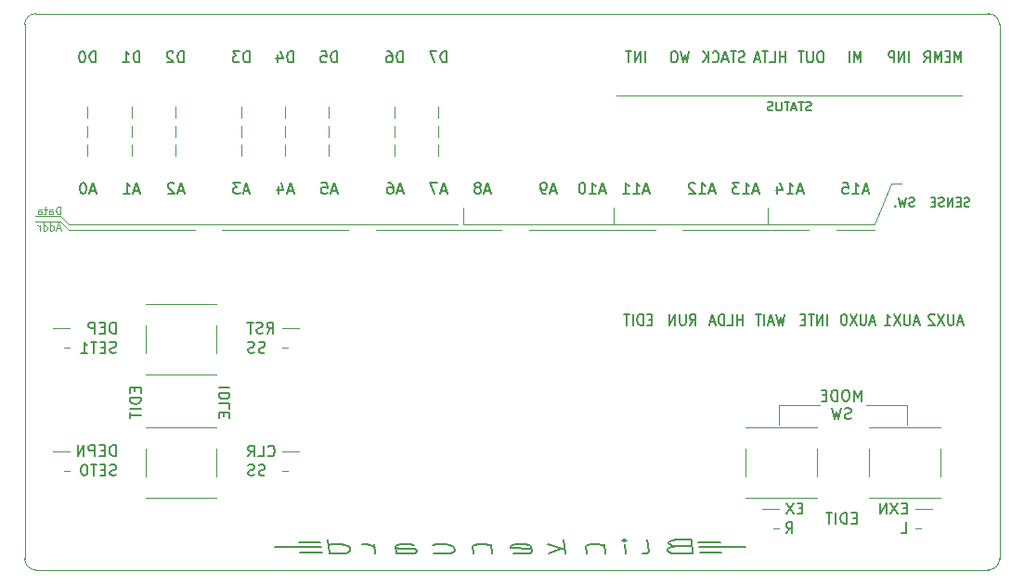
<source format=gbr>
G04 #@! TF.GenerationSoftware,KiCad,Pcbnew,5.1.5-1.fc31*
G04 #@! TF.CreationDate,2019-12-19T17:21:19-06:00*
G04 #@! TF.ProjectId,blinkencard,626c696e-6b65-46e6-9361-72642e6b6963,V2.0*
G04 #@! TF.SameCoordinates,Original*
G04 #@! TF.FileFunction,Legend,Bot*
G04 #@! TF.FilePolarity,Positive*
%FSLAX46Y46*%
G04 Gerber Fmt 4.6, Leading zero omitted, Abs format (unit mm)*
G04 Created by KiCad (PCBNEW 5.1.5-1.fc31) date 2019-12-19 17:21:19*
%MOMM*%
%LPD*%
G04 APERTURE LIST*
%ADD10C,0.150000*%
%ADD11C,0.120000*%
G04 #@! TA.AperFunction,Profile*
%ADD12C,0.050000*%
G04 #@! TD*
%ADD13C,0.125000*%
%ADD14C,1.300000*%
%ADD15O,2.800000X2.200000*%
%ADD16O,1.600000X2.300000*%
%ADD17C,1.850000*%
%ADD18R,1.950000X1.700000*%
G04 APERTURE END LIST*
D10*
X84360000Y-71560000D02*
X88610000Y-71560000D01*
X84310000Y-71110000D02*
X86310000Y-71110000D01*
X84410000Y-72060000D02*
X86410000Y-72060000D01*
X49960000Y-72060000D02*
X47960000Y-72060000D01*
X49860000Y-71110000D02*
X47860000Y-71110000D01*
X49910000Y-71610000D02*
X45660000Y-71610000D01*
X82389300Y-71517142D02*
X81825610Y-71579047D01*
X81642872Y-71640952D01*
X81467872Y-71764761D01*
X81491086Y-71950476D01*
X81697038Y-72074285D01*
X81895252Y-72136190D01*
X82283943Y-72198095D01*
X83807752Y-72198095D01*
X83645252Y-70898095D01*
X82311919Y-70898095D01*
X81938705Y-70960000D01*
X81755967Y-71021904D01*
X81580967Y-71145714D01*
X81596443Y-71269523D01*
X81802395Y-71393333D01*
X82000610Y-71455238D01*
X82389300Y-71517142D01*
X83722633Y-71517142D01*
X79236324Y-72198095D02*
X79609538Y-72136190D01*
X79784538Y-72012380D01*
X79645252Y-70898095D01*
X77712514Y-72198095D02*
X77604181Y-71331428D01*
X77550014Y-70898095D02*
X77748229Y-70960000D01*
X77565491Y-71021904D01*
X77367276Y-70960000D01*
X77550014Y-70898095D01*
X77565491Y-71021904D01*
X75699419Y-71331428D02*
X75807752Y-72198095D01*
X75714895Y-71455238D02*
X75516681Y-71393333D01*
X75127991Y-71331428D01*
X74556562Y-71331428D01*
X74183348Y-71393333D01*
X74008348Y-71517142D01*
X74093467Y-72198095D01*
X72188705Y-72198095D02*
X72026205Y-70898095D01*
X71745848Y-71702857D02*
X70664895Y-72198095D01*
X70556562Y-71331428D02*
X72142276Y-71826666D01*
X67419062Y-72136190D02*
X67807752Y-72198095D01*
X68569657Y-72198095D01*
X68942872Y-72136190D01*
X69117872Y-72012380D01*
X69055967Y-71517142D01*
X68850014Y-71393333D01*
X68461324Y-71331428D01*
X67699419Y-71331428D01*
X67326205Y-71393333D01*
X67151205Y-71517142D01*
X67166681Y-71640952D01*
X69086919Y-71764761D01*
X65413705Y-71331428D02*
X65522038Y-72198095D01*
X65429181Y-71455238D02*
X65230967Y-71393333D01*
X64842276Y-71331428D01*
X64270848Y-71331428D01*
X63897633Y-71393333D01*
X63722633Y-71517142D01*
X63807752Y-72198095D01*
X60180967Y-72136190D02*
X60569657Y-72198095D01*
X61331562Y-72198095D01*
X61704776Y-72136190D01*
X61887514Y-72074285D01*
X62062514Y-71950476D01*
X62016086Y-71579047D01*
X61810133Y-71455238D01*
X61611919Y-71393333D01*
X61223229Y-71331428D01*
X60461324Y-71331428D01*
X60088110Y-71393333D01*
X56760133Y-72198095D02*
X56675014Y-71517142D01*
X56850014Y-71393333D01*
X57223229Y-71331428D01*
X57985133Y-71331428D01*
X58373824Y-71393333D01*
X56752395Y-72136190D02*
X57141086Y-72198095D01*
X58093467Y-72198095D01*
X58466681Y-72136190D01*
X58641681Y-72012380D01*
X58626205Y-71888571D01*
X58420252Y-71764761D01*
X58031562Y-71702857D01*
X57079181Y-71702857D01*
X56690491Y-71640952D01*
X54855372Y-72198095D02*
X54747038Y-71331428D01*
X54777991Y-71579047D02*
X54572038Y-71455238D01*
X54373824Y-71393333D01*
X53985133Y-71331428D01*
X53604181Y-71331428D01*
X50664895Y-72198095D02*
X50502395Y-70898095D01*
X50657157Y-72136190D02*
X51045848Y-72198095D01*
X51807752Y-72198095D01*
X52180967Y-72136190D01*
X52363705Y-72074285D01*
X52538705Y-71950476D01*
X52492276Y-71579047D01*
X52286324Y-71455238D01*
X52088110Y-71393333D01*
X51699419Y-71331428D01*
X50937514Y-71331428D01*
X50564300Y-71393333D01*
D11*
X24110000Y-41860000D02*
X23860000Y-41860000D01*
X24110000Y-41360000D02*
X23860000Y-41360000D01*
D10*
X80060000Y-50788571D02*
X79760000Y-50788571D01*
X79631428Y-51312380D02*
X80060000Y-51312380D01*
X80060000Y-50312380D01*
X79631428Y-50312380D01*
X79245714Y-51312380D02*
X79245714Y-50312380D01*
X79031428Y-50312380D01*
X78902857Y-50360000D01*
X78817142Y-50455238D01*
X78774285Y-50550476D01*
X78731428Y-50740952D01*
X78731428Y-50883809D01*
X78774285Y-51074285D01*
X78817142Y-51169523D01*
X78902857Y-51264761D01*
X79031428Y-51312380D01*
X79245714Y-51312380D01*
X78345714Y-51312380D02*
X78345714Y-50312380D01*
X78045714Y-50312380D02*
X77531428Y-50312380D01*
X77788571Y-51312380D02*
X77788571Y-50312380D01*
X83524285Y-51312380D02*
X83824285Y-50836190D01*
X84038571Y-51312380D02*
X84038571Y-50312380D01*
X83695714Y-50312380D01*
X83610000Y-50360000D01*
X83567142Y-50407619D01*
X83524285Y-50502857D01*
X83524285Y-50645714D01*
X83567142Y-50740952D01*
X83610000Y-50788571D01*
X83695714Y-50836190D01*
X84038571Y-50836190D01*
X83138571Y-50312380D02*
X83138571Y-51121904D01*
X83095714Y-51217142D01*
X83052857Y-51264761D01*
X82967142Y-51312380D01*
X82795714Y-51312380D01*
X82710000Y-51264761D01*
X82667142Y-51217142D01*
X82624285Y-51121904D01*
X82624285Y-50312380D01*
X82195714Y-51312380D02*
X82195714Y-50312380D01*
X81681428Y-51312380D01*
X81681428Y-50312380D01*
X88317142Y-51312380D02*
X88317142Y-50312380D01*
X88317142Y-50788571D02*
X87802857Y-50788571D01*
X87802857Y-51312380D02*
X87802857Y-50312380D01*
X86945714Y-51312380D02*
X87374285Y-51312380D01*
X87374285Y-50312380D01*
X86645714Y-51312380D02*
X86645714Y-50312380D01*
X86431428Y-50312380D01*
X86302857Y-50360000D01*
X86217142Y-50455238D01*
X86174285Y-50550476D01*
X86131428Y-50740952D01*
X86131428Y-50883809D01*
X86174285Y-51074285D01*
X86217142Y-51169523D01*
X86302857Y-51264761D01*
X86431428Y-51312380D01*
X86645714Y-51312380D01*
X85788571Y-51026666D02*
X85360000Y-51026666D01*
X85874285Y-51312380D02*
X85574285Y-50312380D01*
X85274285Y-51312380D01*
X92188571Y-50312380D02*
X91974285Y-51312380D01*
X91802857Y-50598095D01*
X91631428Y-51312380D01*
X91417142Y-50312380D01*
X91117142Y-51026666D02*
X90688571Y-51026666D01*
X91202857Y-51312380D02*
X90902857Y-50312380D01*
X90602857Y-51312380D01*
X90302857Y-51312380D02*
X90302857Y-50312380D01*
X90002857Y-50312380D02*
X89488571Y-50312380D01*
X89745714Y-51312380D02*
X89745714Y-50312380D01*
X96081428Y-51312380D02*
X96081428Y-50312380D01*
X95652857Y-51312380D02*
X95652857Y-50312380D01*
X95138571Y-51312380D01*
X95138571Y-50312380D01*
X94838571Y-50312380D02*
X94324285Y-50312380D01*
X94581428Y-51312380D02*
X94581428Y-50312380D01*
X94024285Y-50788571D02*
X93724285Y-50788571D01*
X93595714Y-51312380D02*
X94024285Y-51312380D01*
X94024285Y-50312380D01*
X93595714Y-50312380D01*
X100402857Y-51026666D02*
X99974285Y-51026666D01*
X100488571Y-51312380D02*
X100188571Y-50312380D01*
X99888571Y-51312380D01*
X99588571Y-50312380D02*
X99588571Y-51121904D01*
X99545714Y-51217142D01*
X99502857Y-51264761D01*
X99417142Y-51312380D01*
X99245714Y-51312380D01*
X99160000Y-51264761D01*
X99117142Y-51217142D01*
X99074285Y-51121904D01*
X99074285Y-50312380D01*
X98731428Y-50312380D02*
X98131428Y-51312380D01*
X98131428Y-50312380D02*
X98731428Y-51312380D01*
X97617142Y-50312380D02*
X97531428Y-50312380D01*
X97445714Y-50360000D01*
X97402857Y-50407619D01*
X97360000Y-50502857D01*
X97317142Y-50693333D01*
X97317142Y-50931428D01*
X97360000Y-51121904D01*
X97402857Y-51217142D01*
X97445714Y-51264761D01*
X97531428Y-51312380D01*
X97617142Y-51312380D01*
X97702857Y-51264761D01*
X97745714Y-51217142D01*
X97788571Y-51121904D01*
X97831428Y-50931428D01*
X97831428Y-50693333D01*
X97788571Y-50502857D01*
X97745714Y-50407619D01*
X97702857Y-50360000D01*
X97617142Y-50312380D01*
X104402857Y-51026666D02*
X103974285Y-51026666D01*
X104488571Y-51312380D02*
X104188571Y-50312380D01*
X103888571Y-51312380D01*
X103588571Y-50312380D02*
X103588571Y-51121904D01*
X103545714Y-51217142D01*
X103502857Y-51264761D01*
X103417142Y-51312380D01*
X103245714Y-51312380D01*
X103160000Y-51264761D01*
X103117142Y-51217142D01*
X103074285Y-51121904D01*
X103074285Y-50312380D01*
X102731428Y-50312380D02*
X102131428Y-51312380D01*
X102131428Y-50312380D02*
X102731428Y-51312380D01*
X101317142Y-51312380D02*
X101831428Y-51312380D01*
X101574285Y-51312380D02*
X101574285Y-50312380D01*
X101660000Y-50455238D01*
X101745714Y-50550476D01*
X101831428Y-50598095D01*
X108402857Y-51026666D02*
X107974285Y-51026666D01*
X108488571Y-51312380D02*
X108188571Y-50312380D01*
X107888571Y-51312380D01*
X107588571Y-50312380D02*
X107588571Y-51121904D01*
X107545714Y-51217142D01*
X107502857Y-51264761D01*
X107417142Y-51312380D01*
X107245714Y-51312380D01*
X107160000Y-51264761D01*
X107117142Y-51217142D01*
X107074285Y-51121904D01*
X107074285Y-50312380D01*
X106731428Y-50312380D02*
X106131428Y-51312380D01*
X106131428Y-50312380D02*
X106731428Y-51312380D01*
X105831428Y-50407619D02*
X105788571Y-50360000D01*
X105702857Y-50312380D01*
X105488571Y-50312380D01*
X105402857Y-50360000D01*
X105360000Y-50407619D01*
X105317142Y-50502857D01*
X105317142Y-50598095D01*
X105360000Y-50740952D01*
X105874285Y-51312380D01*
X105317142Y-51312380D01*
X61348095Y-27312380D02*
X61348095Y-26312380D01*
X61110000Y-26312380D01*
X60967142Y-26360000D01*
X60871904Y-26455238D01*
X60824285Y-26550476D01*
X60776666Y-26740952D01*
X60776666Y-26883809D01*
X60824285Y-27074285D01*
X60871904Y-27169523D01*
X60967142Y-27264761D01*
X61110000Y-27312380D01*
X61348095Y-27312380D01*
X60443333Y-26312380D02*
X59776666Y-26312380D01*
X60205238Y-27312380D01*
X57348095Y-27312380D02*
X57348095Y-26312380D01*
X57110000Y-26312380D01*
X56967142Y-26360000D01*
X56871904Y-26455238D01*
X56824285Y-26550476D01*
X56776666Y-26740952D01*
X56776666Y-26883809D01*
X56824285Y-27074285D01*
X56871904Y-27169523D01*
X56967142Y-27264761D01*
X57110000Y-27312380D01*
X57348095Y-27312380D01*
X55919523Y-26312380D02*
X56110000Y-26312380D01*
X56205238Y-26360000D01*
X56252857Y-26407619D01*
X56348095Y-26550476D01*
X56395714Y-26740952D01*
X56395714Y-27121904D01*
X56348095Y-27217142D01*
X56300476Y-27264761D01*
X56205238Y-27312380D01*
X56014761Y-27312380D01*
X55919523Y-27264761D01*
X55871904Y-27217142D01*
X55824285Y-27121904D01*
X55824285Y-26883809D01*
X55871904Y-26788571D01*
X55919523Y-26740952D01*
X56014761Y-26693333D01*
X56205238Y-26693333D01*
X56300476Y-26740952D01*
X56348095Y-26788571D01*
X56395714Y-26883809D01*
X51348095Y-27312380D02*
X51348095Y-26312380D01*
X51110000Y-26312380D01*
X50967142Y-26360000D01*
X50871904Y-26455238D01*
X50824285Y-26550476D01*
X50776666Y-26740952D01*
X50776666Y-26883809D01*
X50824285Y-27074285D01*
X50871904Y-27169523D01*
X50967142Y-27264761D01*
X51110000Y-27312380D01*
X51348095Y-27312380D01*
X49871904Y-26312380D02*
X50348095Y-26312380D01*
X50395714Y-26788571D01*
X50348095Y-26740952D01*
X50252857Y-26693333D01*
X50014761Y-26693333D01*
X49919523Y-26740952D01*
X49871904Y-26788571D01*
X49824285Y-26883809D01*
X49824285Y-27121904D01*
X49871904Y-27217142D01*
X49919523Y-27264761D01*
X50014761Y-27312380D01*
X50252857Y-27312380D01*
X50348095Y-27264761D01*
X50395714Y-27217142D01*
X47348095Y-27312380D02*
X47348095Y-26312380D01*
X47110000Y-26312380D01*
X46967142Y-26360000D01*
X46871904Y-26455238D01*
X46824285Y-26550476D01*
X46776666Y-26740952D01*
X46776666Y-26883809D01*
X46824285Y-27074285D01*
X46871904Y-27169523D01*
X46967142Y-27264761D01*
X47110000Y-27312380D01*
X47348095Y-27312380D01*
X45919523Y-26645714D02*
X45919523Y-27312380D01*
X46157619Y-26264761D02*
X46395714Y-26979047D01*
X45776666Y-26979047D01*
X43348095Y-27312380D02*
X43348095Y-26312380D01*
X43110000Y-26312380D01*
X42967142Y-26360000D01*
X42871904Y-26455238D01*
X42824285Y-26550476D01*
X42776666Y-26740952D01*
X42776666Y-26883809D01*
X42824285Y-27074285D01*
X42871904Y-27169523D01*
X42967142Y-27264761D01*
X43110000Y-27312380D01*
X43348095Y-27312380D01*
X42443333Y-26312380D02*
X41824285Y-26312380D01*
X42157619Y-26693333D01*
X42014761Y-26693333D01*
X41919523Y-26740952D01*
X41871904Y-26788571D01*
X41824285Y-26883809D01*
X41824285Y-27121904D01*
X41871904Y-27217142D01*
X41919523Y-27264761D01*
X42014761Y-27312380D01*
X42300476Y-27312380D01*
X42395714Y-27264761D01*
X42443333Y-27217142D01*
X37348095Y-27312380D02*
X37348095Y-26312380D01*
X37110000Y-26312380D01*
X36967142Y-26360000D01*
X36871904Y-26455238D01*
X36824285Y-26550476D01*
X36776666Y-26740952D01*
X36776666Y-26883809D01*
X36824285Y-27074285D01*
X36871904Y-27169523D01*
X36967142Y-27264761D01*
X37110000Y-27312380D01*
X37348095Y-27312380D01*
X36395714Y-26407619D02*
X36348095Y-26360000D01*
X36252857Y-26312380D01*
X36014761Y-26312380D01*
X35919523Y-26360000D01*
X35871904Y-26407619D01*
X35824285Y-26502857D01*
X35824285Y-26598095D01*
X35871904Y-26740952D01*
X36443333Y-27312380D01*
X35824285Y-27312380D01*
X33348095Y-27312380D02*
X33348095Y-26312380D01*
X33110000Y-26312380D01*
X32967142Y-26360000D01*
X32871904Y-26455238D01*
X32824285Y-26550476D01*
X32776666Y-26740952D01*
X32776666Y-26883809D01*
X32824285Y-27074285D01*
X32871904Y-27169523D01*
X32967142Y-27264761D01*
X33110000Y-27312380D01*
X33348095Y-27312380D01*
X31824285Y-27312380D02*
X32395714Y-27312380D01*
X32110000Y-27312380D02*
X32110000Y-26312380D01*
X32205238Y-26455238D01*
X32300476Y-26550476D01*
X32395714Y-26598095D01*
X29348095Y-27312380D02*
X29348095Y-26312380D01*
X29110000Y-26312380D01*
X28967142Y-26360000D01*
X28871904Y-26455238D01*
X28824285Y-26550476D01*
X28776666Y-26740952D01*
X28776666Y-26883809D01*
X28824285Y-27074285D01*
X28871904Y-27169523D01*
X28967142Y-27264761D01*
X29110000Y-27312380D01*
X29348095Y-27312380D01*
X28157619Y-26312380D02*
X28062380Y-26312380D01*
X27967142Y-26360000D01*
X27919523Y-26407619D01*
X27871904Y-26502857D01*
X27824285Y-26693333D01*
X27824285Y-26931428D01*
X27871904Y-27121904D01*
X27919523Y-27217142D01*
X27967142Y-27264761D01*
X28062380Y-27312380D01*
X28157619Y-27312380D01*
X28252857Y-27264761D01*
X28300476Y-27217142D01*
X28348095Y-27121904D01*
X28395714Y-26931428D01*
X28395714Y-26693333D01*
X28348095Y-26502857D01*
X28300476Y-26407619D01*
X28252857Y-26360000D01*
X28157619Y-26312380D01*
X29324285Y-39026666D02*
X28848095Y-39026666D01*
X29419523Y-39312380D02*
X29086190Y-38312380D01*
X28752857Y-39312380D01*
X28229047Y-38312380D02*
X28133809Y-38312380D01*
X28038571Y-38360000D01*
X27990952Y-38407619D01*
X27943333Y-38502857D01*
X27895714Y-38693333D01*
X27895714Y-38931428D01*
X27943333Y-39121904D01*
X27990952Y-39217142D01*
X28038571Y-39264761D01*
X28133809Y-39312380D01*
X28229047Y-39312380D01*
X28324285Y-39264761D01*
X28371904Y-39217142D01*
X28419523Y-39121904D01*
X28467142Y-38931428D01*
X28467142Y-38693333D01*
X28419523Y-38502857D01*
X28371904Y-38407619D01*
X28324285Y-38360000D01*
X28229047Y-38312380D01*
X33324285Y-39026666D02*
X32848095Y-39026666D01*
X33419523Y-39312380D02*
X33086190Y-38312380D01*
X32752857Y-39312380D01*
X31895714Y-39312380D02*
X32467142Y-39312380D01*
X32181428Y-39312380D02*
X32181428Y-38312380D01*
X32276666Y-38455238D01*
X32371904Y-38550476D01*
X32467142Y-38598095D01*
X37324285Y-39026666D02*
X36848095Y-39026666D01*
X37419523Y-39312380D02*
X37086190Y-38312380D01*
X36752857Y-39312380D01*
X36467142Y-38407619D02*
X36419523Y-38360000D01*
X36324285Y-38312380D01*
X36086190Y-38312380D01*
X35990952Y-38360000D01*
X35943333Y-38407619D01*
X35895714Y-38502857D01*
X35895714Y-38598095D01*
X35943333Y-38740952D01*
X36514761Y-39312380D01*
X35895714Y-39312380D01*
X43324285Y-39026666D02*
X42848095Y-39026666D01*
X43419523Y-39312380D02*
X43086190Y-38312380D01*
X42752857Y-39312380D01*
X42514761Y-38312380D02*
X41895714Y-38312380D01*
X42229047Y-38693333D01*
X42086190Y-38693333D01*
X41990952Y-38740952D01*
X41943333Y-38788571D01*
X41895714Y-38883809D01*
X41895714Y-39121904D01*
X41943333Y-39217142D01*
X41990952Y-39264761D01*
X42086190Y-39312380D01*
X42371904Y-39312380D01*
X42467142Y-39264761D01*
X42514761Y-39217142D01*
X47324285Y-39026666D02*
X46848095Y-39026666D01*
X47419523Y-39312380D02*
X47086190Y-38312380D01*
X46752857Y-39312380D01*
X45990952Y-38645714D02*
X45990952Y-39312380D01*
X46229047Y-38264761D02*
X46467142Y-38979047D01*
X45848095Y-38979047D01*
X51324285Y-39026666D02*
X50848095Y-39026666D01*
X51419523Y-39312380D02*
X51086190Y-38312380D01*
X50752857Y-39312380D01*
X49943333Y-38312380D02*
X50419523Y-38312380D01*
X50467142Y-38788571D01*
X50419523Y-38740952D01*
X50324285Y-38693333D01*
X50086190Y-38693333D01*
X49990952Y-38740952D01*
X49943333Y-38788571D01*
X49895714Y-38883809D01*
X49895714Y-39121904D01*
X49943333Y-39217142D01*
X49990952Y-39264761D01*
X50086190Y-39312380D01*
X50324285Y-39312380D01*
X50419523Y-39264761D01*
X50467142Y-39217142D01*
X57324285Y-39026666D02*
X56848095Y-39026666D01*
X57419523Y-39312380D02*
X57086190Y-38312380D01*
X56752857Y-39312380D01*
X55990952Y-38312380D02*
X56181428Y-38312380D01*
X56276666Y-38360000D01*
X56324285Y-38407619D01*
X56419523Y-38550476D01*
X56467142Y-38740952D01*
X56467142Y-39121904D01*
X56419523Y-39217142D01*
X56371904Y-39264761D01*
X56276666Y-39312380D01*
X56086190Y-39312380D01*
X55990952Y-39264761D01*
X55943333Y-39217142D01*
X55895714Y-39121904D01*
X55895714Y-38883809D01*
X55943333Y-38788571D01*
X55990952Y-38740952D01*
X56086190Y-38693333D01*
X56276666Y-38693333D01*
X56371904Y-38740952D01*
X56419523Y-38788571D01*
X56467142Y-38883809D01*
X61324285Y-39026666D02*
X60848095Y-39026666D01*
X61419523Y-39312380D02*
X61086190Y-38312380D01*
X60752857Y-39312380D01*
X60514761Y-38312380D02*
X59848095Y-38312380D01*
X60276666Y-39312380D01*
X65324285Y-39026666D02*
X64848095Y-39026666D01*
X65419523Y-39312380D02*
X65086190Y-38312380D01*
X64752857Y-39312380D01*
X64276666Y-38740952D02*
X64371904Y-38693333D01*
X64419523Y-38645714D01*
X64467142Y-38550476D01*
X64467142Y-38502857D01*
X64419523Y-38407619D01*
X64371904Y-38360000D01*
X64276666Y-38312380D01*
X64086190Y-38312380D01*
X63990952Y-38360000D01*
X63943333Y-38407619D01*
X63895714Y-38502857D01*
X63895714Y-38550476D01*
X63943333Y-38645714D01*
X63990952Y-38693333D01*
X64086190Y-38740952D01*
X64276666Y-38740952D01*
X64371904Y-38788571D01*
X64419523Y-38836190D01*
X64467142Y-38931428D01*
X64467142Y-39121904D01*
X64419523Y-39217142D01*
X64371904Y-39264761D01*
X64276666Y-39312380D01*
X64086190Y-39312380D01*
X63990952Y-39264761D01*
X63943333Y-39217142D01*
X63895714Y-39121904D01*
X63895714Y-38931428D01*
X63943333Y-38836190D01*
X63990952Y-38788571D01*
X64086190Y-38740952D01*
X99800476Y-39026666D02*
X99324285Y-39026666D01*
X99895714Y-39312380D02*
X99562380Y-38312380D01*
X99229047Y-39312380D01*
X98371904Y-39312380D02*
X98943333Y-39312380D01*
X98657619Y-39312380D02*
X98657619Y-38312380D01*
X98752857Y-38455238D01*
X98848095Y-38550476D01*
X98943333Y-38598095D01*
X97467142Y-38312380D02*
X97943333Y-38312380D01*
X97990952Y-38788571D01*
X97943333Y-38740952D01*
X97848095Y-38693333D01*
X97610000Y-38693333D01*
X97514761Y-38740952D01*
X97467142Y-38788571D01*
X97419523Y-38883809D01*
X97419523Y-39121904D01*
X97467142Y-39217142D01*
X97514761Y-39264761D01*
X97610000Y-39312380D01*
X97848095Y-39312380D01*
X97943333Y-39264761D01*
X97990952Y-39217142D01*
X71324285Y-39026666D02*
X70848095Y-39026666D01*
X71419523Y-39312380D02*
X71086190Y-38312380D01*
X70752857Y-39312380D01*
X70371904Y-39312380D02*
X70181428Y-39312380D01*
X70086190Y-39264761D01*
X70038571Y-39217142D01*
X69943333Y-39074285D01*
X69895714Y-38883809D01*
X69895714Y-38502857D01*
X69943333Y-38407619D01*
X69990952Y-38360000D01*
X70086190Y-38312380D01*
X70276666Y-38312380D01*
X70371904Y-38360000D01*
X70419523Y-38407619D01*
X70467142Y-38502857D01*
X70467142Y-38740952D01*
X70419523Y-38836190D01*
X70371904Y-38883809D01*
X70276666Y-38931428D01*
X70086190Y-38931428D01*
X69990952Y-38883809D01*
X69943333Y-38836190D01*
X69895714Y-38740952D01*
X75800476Y-39026666D02*
X75324285Y-39026666D01*
X75895714Y-39312380D02*
X75562380Y-38312380D01*
X75229047Y-39312380D01*
X74371904Y-39312380D02*
X74943333Y-39312380D01*
X74657619Y-39312380D02*
X74657619Y-38312380D01*
X74752857Y-38455238D01*
X74848095Y-38550476D01*
X74943333Y-38598095D01*
X73752857Y-38312380D02*
X73657619Y-38312380D01*
X73562380Y-38360000D01*
X73514761Y-38407619D01*
X73467142Y-38502857D01*
X73419523Y-38693333D01*
X73419523Y-38931428D01*
X73467142Y-39121904D01*
X73514761Y-39217142D01*
X73562380Y-39264761D01*
X73657619Y-39312380D01*
X73752857Y-39312380D01*
X73848095Y-39264761D01*
X73895714Y-39217142D01*
X73943333Y-39121904D01*
X73990952Y-38931428D01*
X73990952Y-38693333D01*
X73943333Y-38502857D01*
X73895714Y-38407619D01*
X73848095Y-38360000D01*
X73752857Y-38312380D01*
X79800476Y-39026666D02*
X79324285Y-39026666D01*
X79895714Y-39312380D02*
X79562380Y-38312380D01*
X79229047Y-39312380D01*
X78371904Y-39312380D02*
X78943333Y-39312380D01*
X78657619Y-39312380D02*
X78657619Y-38312380D01*
X78752857Y-38455238D01*
X78848095Y-38550476D01*
X78943333Y-38598095D01*
X77419523Y-39312380D02*
X77990952Y-39312380D01*
X77705238Y-39312380D02*
X77705238Y-38312380D01*
X77800476Y-38455238D01*
X77895714Y-38550476D01*
X77990952Y-38598095D01*
X85800476Y-39026666D02*
X85324285Y-39026666D01*
X85895714Y-39312380D02*
X85562380Y-38312380D01*
X85229047Y-39312380D01*
X84371904Y-39312380D02*
X84943333Y-39312380D01*
X84657619Y-39312380D02*
X84657619Y-38312380D01*
X84752857Y-38455238D01*
X84848095Y-38550476D01*
X84943333Y-38598095D01*
X83990952Y-38407619D02*
X83943333Y-38360000D01*
X83848095Y-38312380D01*
X83610000Y-38312380D01*
X83514761Y-38360000D01*
X83467142Y-38407619D01*
X83419523Y-38502857D01*
X83419523Y-38598095D01*
X83467142Y-38740952D01*
X84038571Y-39312380D01*
X83419523Y-39312380D01*
X93800476Y-39026666D02*
X93324285Y-39026666D01*
X93895714Y-39312380D02*
X93562380Y-38312380D01*
X93229047Y-39312380D01*
X92371904Y-39312380D02*
X92943333Y-39312380D01*
X92657619Y-39312380D02*
X92657619Y-38312380D01*
X92752857Y-38455238D01*
X92848095Y-38550476D01*
X92943333Y-38598095D01*
X91514761Y-38645714D02*
X91514761Y-39312380D01*
X91752857Y-38264761D02*
X91990952Y-38979047D01*
X91371904Y-38979047D01*
X89800476Y-39026666D02*
X89324285Y-39026666D01*
X89895714Y-39312380D02*
X89562380Y-38312380D01*
X89229047Y-39312380D01*
X88371904Y-39312380D02*
X88943333Y-39312380D01*
X88657619Y-39312380D02*
X88657619Y-38312380D01*
X88752857Y-38455238D01*
X88848095Y-38550476D01*
X88943333Y-38598095D01*
X88038571Y-38312380D02*
X87419523Y-38312380D01*
X87752857Y-38693333D01*
X87610000Y-38693333D01*
X87514761Y-38740952D01*
X87467142Y-38788571D01*
X87419523Y-38883809D01*
X87419523Y-39121904D01*
X87467142Y-39217142D01*
X87514761Y-39264761D01*
X87610000Y-39312380D01*
X87895714Y-39312380D01*
X87990952Y-39264761D01*
X88038571Y-39217142D01*
X79424285Y-27312380D02*
X79424285Y-26312380D01*
X78995714Y-27312380D02*
X78995714Y-26312380D01*
X78481428Y-27312380D01*
X78481428Y-26312380D01*
X78181428Y-26312380D02*
X77667142Y-26312380D01*
X77924285Y-27312380D02*
X77924285Y-26312380D01*
X83467142Y-26312380D02*
X83252857Y-27312380D01*
X83081428Y-26598095D01*
X82910000Y-27312380D01*
X82695714Y-26312380D01*
X82181428Y-26312380D02*
X82010000Y-26312380D01*
X81924285Y-26360000D01*
X81838571Y-26455238D01*
X81795714Y-26645714D01*
X81795714Y-26979047D01*
X81838571Y-27169523D01*
X81924285Y-27264761D01*
X82010000Y-27312380D01*
X82181428Y-27312380D01*
X82267142Y-27264761D01*
X82352857Y-27169523D01*
X82395714Y-26979047D01*
X82395714Y-26645714D01*
X82352857Y-26455238D01*
X82267142Y-26360000D01*
X82181428Y-26312380D01*
X88495714Y-27264761D02*
X88367142Y-27312380D01*
X88152857Y-27312380D01*
X88067142Y-27264761D01*
X88024285Y-27217142D01*
X87981428Y-27121904D01*
X87981428Y-27026666D01*
X88024285Y-26931428D01*
X88067142Y-26883809D01*
X88152857Y-26836190D01*
X88324285Y-26788571D01*
X88410000Y-26740952D01*
X88452857Y-26693333D01*
X88495714Y-26598095D01*
X88495714Y-26502857D01*
X88452857Y-26407619D01*
X88410000Y-26360000D01*
X88324285Y-26312380D01*
X88110000Y-26312380D01*
X87981428Y-26360000D01*
X87724285Y-26312380D02*
X87210000Y-26312380D01*
X87467142Y-27312380D02*
X87467142Y-26312380D01*
X86952857Y-27026666D02*
X86524285Y-27026666D01*
X87038571Y-27312380D02*
X86738571Y-26312380D01*
X86438571Y-27312380D01*
X85624285Y-27217142D02*
X85667142Y-27264761D01*
X85795714Y-27312380D01*
X85881428Y-27312380D01*
X86010000Y-27264761D01*
X86095714Y-27169523D01*
X86138571Y-27074285D01*
X86181428Y-26883809D01*
X86181428Y-26740952D01*
X86138571Y-26550476D01*
X86095714Y-26455238D01*
X86010000Y-26360000D01*
X85881428Y-26312380D01*
X85795714Y-26312380D01*
X85667142Y-26360000D01*
X85624285Y-26407619D01*
X85238571Y-27312380D02*
X85238571Y-26312380D01*
X84724285Y-27312380D02*
X85110000Y-26740952D01*
X84724285Y-26312380D02*
X85238571Y-26883809D01*
X92210000Y-27312380D02*
X92210000Y-26312380D01*
X92210000Y-26788571D02*
X91695714Y-26788571D01*
X91695714Y-27312380D02*
X91695714Y-26312380D01*
X90838571Y-27312380D02*
X91267142Y-27312380D01*
X91267142Y-26312380D01*
X90667142Y-26312380D02*
X90152857Y-26312380D01*
X90410000Y-27312380D02*
X90410000Y-26312380D01*
X89895714Y-27026666D02*
X89467142Y-27026666D01*
X89981428Y-27312380D02*
X89681428Y-26312380D01*
X89381428Y-27312380D01*
X95510000Y-26312380D02*
X95338571Y-26312380D01*
X95252857Y-26360000D01*
X95167142Y-26455238D01*
X95124285Y-26645714D01*
X95124285Y-26979047D01*
X95167142Y-27169523D01*
X95252857Y-27264761D01*
X95338571Y-27312380D01*
X95510000Y-27312380D01*
X95595714Y-27264761D01*
X95681428Y-27169523D01*
X95724285Y-26979047D01*
X95724285Y-26645714D01*
X95681428Y-26455238D01*
X95595714Y-26360000D01*
X95510000Y-26312380D01*
X94738571Y-26312380D02*
X94738571Y-27121904D01*
X94695714Y-27217142D01*
X94652857Y-27264761D01*
X94567142Y-27312380D01*
X94395714Y-27312380D01*
X94310000Y-27264761D01*
X94267142Y-27217142D01*
X94224285Y-27121904D01*
X94224285Y-26312380D01*
X93924285Y-26312380D02*
X93410000Y-26312380D01*
X93667142Y-27312380D02*
X93667142Y-26312380D01*
X99124285Y-27312380D02*
X99124285Y-26312380D01*
X98824285Y-27026666D01*
X98524285Y-26312380D01*
X98524285Y-27312380D01*
X98095714Y-27312380D02*
X98095714Y-26312380D01*
X103531428Y-27312380D02*
X103531428Y-26312380D01*
X103102857Y-27312380D02*
X103102857Y-26312380D01*
X102588571Y-27312380D01*
X102588571Y-26312380D01*
X102160000Y-27312380D02*
X102160000Y-26312380D01*
X101817142Y-26312380D01*
X101731428Y-26360000D01*
X101688571Y-26407619D01*
X101645714Y-26502857D01*
X101645714Y-26645714D01*
X101688571Y-26740952D01*
X101731428Y-26788571D01*
X101817142Y-26836190D01*
X102160000Y-26836190D01*
X108281428Y-27312380D02*
X108281428Y-26312380D01*
X107981428Y-27026666D01*
X107681428Y-26312380D01*
X107681428Y-27312380D01*
X107252857Y-26788571D02*
X106952857Y-26788571D01*
X106824285Y-27312380D02*
X107252857Y-27312380D01*
X107252857Y-26312380D01*
X106824285Y-26312380D01*
X106438571Y-27312380D02*
X106438571Y-26312380D01*
X106138571Y-27026666D01*
X105838571Y-26312380D01*
X105838571Y-27312380D01*
X104895714Y-27312380D02*
X105195714Y-26836190D01*
X105410000Y-27312380D02*
X105410000Y-26312380D01*
X105067142Y-26312380D01*
X104981428Y-26360000D01*
X104938571Y-26407619D01*
X104895714Y-26502857D01*
X104895714Y-26645714D01*
X104938571Y-26740952D01*
X104981428Y-26788571D01*
X105067142Y-26836190D01*
X105410000Y-26836190D01*
D12*
X23860000Y-73660000D02*
G75*
G02X22860000Y-72660000I0J1000000D01*
G01*
X111760000Y-72660000D02*
G75*
G02X110760000Y-73660000I-1000000J0D01*
G01*
X110760000Y-22860000D02*
G75*
G02X111760000Y-23860000I0J-1000000D01*
G01*
X22860000Y-23860000D02*
G75*
G02X23860000Y-22860000I1000000J0D01*
G01*
D11*
X91610000Y-58610000D02*
X91610000Y-60360000D01*
X95360000Y-58610000D02*
X91610000Y-58610000D01*
X103360000Y-58610000D02*
X103360000Y-60360000D01*
X99610000Y-58610000D02*
X103360000Y-58610000D01*
D10*
X99169523Y-58237380D02*
X99169523Y-57237380D01*
X98836190Y-57951666D01*
X98502857Y-57237380D01*
X98502857Y-58237380D01*
X97836190Y-57237380D02*
X97645714Y-57237380D01*
X97550476Y-57285000D01*
X97455238Y-57380238D01*
X97407619Y-57570714D01*
X97407619Y-57904047D01*
X97455238Y-58094523D01*
X97550476Y-58189761D01*
X97645714Y-58237380D01*
X97836190Y-58237380D01*
X97931428Y-58189761D01*
X98026666Y-58094523D01*
X98074285Y-57904047D01*
X98074285Y-57570714D01*
X98026666Y-57380238D01*
X97931428Y-57285000D01*
X97836190Y-57237380D01*
X96979047Y-58237380D02*
X96979047Y-57237380D01*
X96740952Y-57237380D01*
X96598095Y-57285000D01*
X96502857Y-57380238D01*
X96455238Y-57475476D01*
X96407619Y-57665952D01*
X96407619Y-57808809D01*
X96455238Y-57999285D01*
X96502857Y-58094523D01*
X96598095Y-58189761D01*
X96740952Y-58237380D01*
X96979047Y-58237380D01*
X95979047Y-57713571D02*
X95645714Y-57713571D01*
X95502857Y-58237380D02*
X95979047Y-58237380D01*
X95979047Y-57237380D01*
X95502857Y-57237380D01*
X98217142Y-59839761D02*
X98074285Y-59887380D01*
X97836190Y-59887380D01*
X97740952Y-59839761D01*
X97693333Y-59792142D01*
X97645714Y-59696904D01*
X97645714Y-59601666D01*
X97693333Y-59506428D01*
X97740952Y-59458809D01*
X97836190Y-59411190D01*
X98026666Y-59363571D01*
X98121904Y-59315952D01*
X98169523Y-59268333D01*
X98217142Y-59173095D01*
X98217142Y-59077857D01*
X98169523Y-58982619D01*
X98121904Y-58935000D01*
X98026666Y-58887380D01*
X97788571Y-58887380D01*
X97645714Y-58935000D01*
X97312380Y-58887380D02*
X97074285Y-59887380D01*
X96883809Y-59173095D01*
X96693333Y-59887380D01*
X96455238Y-58887380D01*
X98733333Y-68928571D02*
X98400000Y-68928571D01*
X98257142Y-69452380D02*
X98733333Y-69452380D01*
X98733333Y-68452380D01*
X98257142Y-68452380D01*
X97828571Y-69452380D02*
X97828571Y-68452380D01*
X97590476Y-68452380D01*
X97447619Y-68500000D01*
X97352380Y-68595238D01*
X97304761Y-68690476D01*
X97257142Y-68880952D01*
X97257142Y-69023809D01*
X97304761Y-69214285D01*
X97352380Y-69309523D01*
X97447619Y-69404761D01*
X97590476Y-69452380D01*
X97828571Y-69452380D01*
X96828571Y-69452380D02*
X96828571Y-68452380D01*
X96495238Y-68452380D02*
X95923809Y-68452380D01*
X96209523Y-69452380D02*
X96209523Y-68452380D01*
X103324285Y-68038571D02*
X102990952Y-68038571D01*
X102848095Y-68562380D02*
X103324285Y-68562380D01*
X103324285Y-67562380D01*
X102848095Y-67562380D01*
X102514761Y-67562380D02*
X101848095Y-68562380D01*
X101848095Y-67562380D02*
X102514761Y-68562380D01*
X101467142Y-68562380D02*
X101467142Y-67562380D01*
X100895714Y-68562380D01*
X100895714Y-67562380D01*
D11*
X104110000Y-69860000D02*
X104610000Y-69860000D01*
D10*
X102800476Y-70312380D02*
X103276666Y-70312380D01*
X103276666Y-69312380D01*
D11*
X104110000Y-68110000D02*
X105610000Y-68110000D01*
D10*
X92300476Y-70312380D02*
X92633809Y-69836190D01*
X92871904Y-70312380D02*
X92871904Y-69312380D01*
X92490952Y-69312380D01*
X92395714Y-69360000D01*
X92348095Y-69407619D01*
X92300476Y-69502857D01*
X92300476Y-69645714D01*
X92348095Y-69740952D01*
X92395714Y-69788571D01*
X92490952Y-69836190D01*
X92871904Y-69836190D01*
D11*
X91110000Y-69860000D02*
X91610000Y-69860000D01*
X90110000Y-68110000D02*
X91610000Y-68110000D01*
D10*
X93800476Y-68038571D02*
X93467142Y-68038571D01*
X93324285Y-68562380D02*
X93800476Y-68562380D01*
X93800476Y-67562380D01*
X93324285Y-67562380D01*
X92990952Y-67562380D02*
X92324285Y-68562380D01*
X92324285Y-67562380D02*
X92990952Y-68562380D01*
X41562380Y-57002857D02*
X40562380Y-57002857D01*
X41562380Y-57479047D02*
X40562380Y-57479047D01*
X40562380Y-57717142D01*
X40610000Y-57860000D01*
X40705238Y-57955238D01*
X40800476Y-58002857D01*
X40990952Y-58050476D01*
X41133809Y-58050476D01*
X41324285Y-58002857D01*
X41419523Y-57955238D01*
X41514761Y-57860000D01*
X41562380Y-57717142D01*
X41562380Y-57479047D01*
X41562380Y-58955238D02*
X41562380Y-58479047D01*
X40562380Y-58479047D01*
X41038571Y-59288571D02*
X41038571Y-59621904D01*
X41562380Y-59764761D02*
X41562380Y-59288571D01*
X40562380Y-59288571D01*
X40562380Y-59764761D01*
X32928571Y-57026666D02*
X32928571Y-57360000D01*
X33452380Y-57502857D02*
X33452380Y-57026666D01*
X32452380Y-57026666D01*
X32452380Y-57502857D01*
X33452380Y-57931428D02*
X32452380Y-57931428D01*
X32452380Y-58169523D01*
X32500000Y-58312380D01*
X32595238Y-58407619D01*
X32690476Y-58455238D01*
X32880952Y-58502857D01*
X33023809Y-58502857D01*
X33214285Y-58455238D01*
X33309523Y-58407619D01*
X33404761Y-58312380D01*
X33452380Y-58169523D01*
X33452380Y-57931428D01*
X33452380Y-58931428D02*
X32452380Y-58931428D01*
X32452380Y-59264761D02*
X32452380Y-59836190D01*
X33452380Y-59550476D02*
X32452380Y-59550476D01*
X44761904Y-65004761D02*
X44619047Y-65052380D01*
X44380952Y-65052380D01*
X44285714Y-65004761D01*
X44238095Y-64957142D01*
X44190476Y-64861904D01*
X44190476Y-64766666D01*
X44238095Y-64671428D01*
X44285714Y-64623809D01*
X44380952Y-64576190D01*
X44571428Y-64528571D01*
X44666666Y-64480952D01*
X44714285Y-64433333D01*
X44761904Y-64338095D01*
X44761904Y-64242857D01*
X44714285Y-64147619D01*
X44666666Y-64100000D01*
X44571428Y-64052380D01*
X44333333Y-64052380D01*
X44190476Y-64100000D01*
X43809523Y-65004761D02*
X43666666Y-65052380D01*
X43428571Y-65052380D01*
X43333333Y-65004761D01*
X43285714Y-64957142D01*
X43238095Y-64861904D01*
X43238095Y-64766666D01*
X43285714Y-64671428D01*
X43333333Y-64623809D01*
X43428571Y-64576190D01*
X43619047Y-64528571D01*
X43714285Y-64480952D01*
X43761904Y-64433333D01*
X43809523Y-64338095D01*
X43809523Y-64242857D01*
X43761904Y-64147619D01*
X43714285Y-64100000D01*
X43619047Y-64052380D01*
X43380952Y-64052380D01*
X43238095Y-64100000D01*
X45047619Y-63217142D02*
X45095238Y-63264761D01*
X45238095Y-63312380D01*
X45333333Y-63312380D01*
X45476190Y-63264761D01*
X45571428Y-63169523D01*
X45619047Y-63074285D01*
X45666666Y-62883809D01*
X45666666Y-62740952D01*
X45619047Y-62550476D01*
X45571428Y-62455238D01*
X45476190Y-62360000D01*
X45333333Y-62312380D01*
X45238095Y-62312380D01*
X45095238Y-62360000D01*
X45047619Y-62407619D01*
X44142857Y-63312380D02*
X44619047Y-63312380D01*
X44619047Y-62312380D01*
X43238095Y-63312380D02*
X43571428Y-62836190D01*
X43809523Y-63312380D02*
X43809523Y-62312380D01*
X43428571Y-62312380D01*
X43333333Y-62360000D01*
X43285714Y-62407619D01*
X43238095Y-62502857D01*
X43238095Y-62645714D01*
X43285714Y-62740952D01*
X43333333Y-62788571D01*
X43428571Y-62836190D01*
X43809523Y-62836190D01*
X31205238Y-65004761D02*
X31062380Y-65052380D01*
X30824285Y-65052380D01*
X30729047Y-65004761D01*
X30681428Y-64957142D01*
X30633809Y-64861904D01*
X30633809Y-64766666D01*
X30681428Y-64671428D01*
X30729047Y-64623809D01*
X30824285Y-64576190D01*
X31014761Y-64528571D01*
X31110000Y-64480952D01*
X31157619Y-64433333D01*
X31205238Y-64338095D01*
X31205238Y-64242857D01*
X31157619Y-64147619D01*
X31110000Y-64100000D01*
X31014761Y-64052380D01*
X30776666Y-64052380D01*
X30633809Y-64100000D01*
X30205238Y-64528571D02*
X29871904Y-64528571D01*
X29729047Y-65052380D02*
X30205238Y-65052380D01*
X30205238Y-64052380D01*
X29729047Y-64052380D01*
X29443333Y-64052380D02*
X28871904Y-64052380D01*
X29157619Y-65052380D02*
X29157619Y-64052380D01*
X28348095Y-64052380D02*
X28252857Y-64052380D01*
X28157619Y-64100000D01*
X28110000Y-64147619D01*
X28062380Y-64242857D01*
X28014761Y-64433333D01*
X28014761Y-64671428D01*
X28062380Y-64861904D01*
X28110000Y-64957142D01*
X28157619Y-65004761D01*
X28252857Y-65052380D01*
X28348095Y-65052380D01*
X28443333Y-65004761D01*
X28490952Y-64957142D01*
X28538571Y-64861904D01*
X28586190Y-64671428D01*
X28586190Y-64433333D01*
X28538571Y-64242857D01*
X28490952Y-64147619D01*
X28443333Y-64100000D01*
X28348095Y-64052380D01*
D11*
X46360000Y-64610000D02*
X46860000Y-64610000D01*
X26460000Y-64610000D02*
X26960000Y-64610000D01*
X25460000Y-62860000D02*
X26960000Y-62860000D01*
X46360000Y-62860000D02*
X47860000Y-62860000D01*
D10*
X31157619Y-63252380D02*
X31157619Y-62252380D01*
X30919524Y-62252380D01*
X30776666Y-62300000D01*
X30681428Y-62395238D01*
X30633809Y-62490476D01*
X30586190Y-62680952D01*
X30586190Y-62823809D01*
X30633809Y-63014285D01*
X30681428Y-63109523D01*
X30776666Y-63204761D01*
X30919524Y-63252380D01*
X31157619Y-63252380D01*
X30157619Y-62728571D02*
X29824285Y-62728571D01*
X29681428Y-63252380D02*
X30157619Y-63252380D01*
X30157619Y-62252380D01*
X29681428Y-62252380D01*
X29252857Y-63252380D02*
X29252857Y-62252380D01*
X28871904Y-62252380D01*
X28776666Y-62300000D01*
X28729047Y-62347619D01*
X28681428Y-62442857D01*
X28681428Y-62585714D01*
X28729047Y-62680952D01*
X28776666Y-62728571D01*
X28871904Y-62776190D01*
X29252857Y-62776190D01*
X28252857Y-63252380D02*
X28252857Y-62252380D01*
X27681428Y-63252380D01*
X27681428Y-62252380D01*
X44761904Y-53804761D02*
X44619047Y-53852380D01*
X44380952Y-53852380D01*
X44285714Y-53804761D01*
X44238095Y-53757142D01*
X44190476Y-53661904D01*
X44190476Y-53566666D01*
X44238095Y-53471428D01*
X44285714Y-53423809D01*
X44380952Y-53376190D01*
X44571428Y-53328571D01*
X44666666Y-53280952D01*
X44714285Y-53233333D01*
X44761904Y-53138095D01*
X44761904Y-53042857D01*
X44714285Y-52947619D01*
X44666666Y-52900000D01*
X44571428Y-52852380D01*
X44333333Y-52852380D01*
X44190476Y-52900000D01*
X43809523Y-53804761D02*
X43666666Y-53852380D01*
X43428571Y-53852380D01*
X43333333Y-53804761D01*
X43285714Y-53757142D01*
X43238095Y-53661904D01*
X43238095Y-53566666D01*
X43285714Y-53471428D01*
X43333333Y-53423809D01*
X43428571Y-53376190D01*
X43619047Y-53328571D01*
X43714285Y-53280952D01*
X43761904Y-53233333D01*
X43809523Y-53138095D01*
X43809523Y-53042857D01*
X43761904Y-52947619D01*
X43714285Y-52900000D01*
X43619047Y-52852380D01*
X43380952Y-52852380D01*
X43238095Y-52900000D01*
D11*
X46360000Y-53360000D02*
X46860000Y-53360000D01*
X47860000Y-51610000D02*
X46360000Y-51610000D01*
D10*
X44952381Y-52062380D02*
X45285714Y-51586190D01*
X45523809Y-52062380D02*
X45523809Y-51062380D01*
X45142857Y-51062380D01*
X45047619Y-51110000D01*
X45000000Y-51157619D01*
X44952381Y-51252857D01*
X44952381Y-51395714D01*
X45000000Y-51490952D01*
X45047619Y-51538571D01*
X45142857Y-51586190D01*
X45523809Y-51586190D01*
X44571428Y-52014761D02*
X44428571Y-52062380D01*
X44190476Y-52062380D01*
X44095238Y-52014761D01*
X44047619Y-51967142D01*
X44000000Y-51871904D01*
X44000000Y-51776666D01*
X44047619Y-51681428D01*
X44095238Y-51633809D01*
X44190476Y-51586190D01*
X44380952Y-51538571D01*
X44476190Y-51490952D01*
X44523809Y-51443333D01*
X44571428Y-51348095D01*
X44571428Y-51252857D01*
X44523809Y-51157619D01*
X44476190Y-51110000D01*
X44380952Y-51062380D01*
X44142857Y-51062380D01*
X44000000Y-51110000D01*
X43714285Y-51062380D02*
X43142857Y-51062380D01*
X43428571Y-52062380D02*
X43428571Y-51062380D01*
D11*
X26460000Y-53360000D02*
X26960000Y-53360000D01*
X25460000Y-51610000D02*
X26960000Y-51610000D01*
D10*
X31205238Y-53804761D02*
X31062380Y-53852380D01*
X30824285Y-53852380D01*
X30729047Y-53804761D01*
X30681428Y-53757142D01*
X30633809Y-53661904D01*
X30633809Y-53566666D01*
X30681428Y-53471428D01*
X30729047Y-53423809D01*
X30824285Y-53376190D01*
X31014761Y-53328571D01*
X31110000Y-53280952D01*
X31157619Y-53233333D01*
X31205238Y-53138095D01*
X31205238Y-53042857D01*
X31157619Y-52947619D01*
X31110000Y-52900000D01*
X31014761Y-52852380D01*
X30776666Y-52852380D01*
X30633809Y-52900000D01*
X30205238Y-53328571D02*
X29871904Y-53328571D01*
X29729047Y-53852380D02*
X30205238Y-53852380D01*
X30205238Y-52852380D01*
X29729047Y-52852380D01*
X29443333Y-52852380D02*
X28871904Y-52852380D01*
X29157619Y-53852380D02*
X29157619Y-52852380D01*
X28014761Y-53852380D02*
X28586190Y-53852380D01*
X28300476Y-53852380D02*
X28300476Y-52852380D01*
X28395714Y-52995238D01*
X28490952Y-53090476D01*
X28586190Y-53138095D01*
X31157619Y-52062380D02*
X31157619Y-51062380D01*
X30919524Y-51062380D01*
X30776667Y-51110000D01*
X30681429Y-51205238D01*
X30633810Y-51300476D01*
X30586191Y-51490952D01*
X30586191Y-51633809D01*
X30633810Y-51824285D01*
X30681429Y-51919523D01*
X30776667Y-52014761D01*
X30919524Y-52062380D01*
X31157619Y-52062380D01*
X30157619Y-51538571D02*
X29824286Y-51538571D01*
X29681429Y-52062380D02*
X30157619Y-52062380D01*
X30157619Y-51062380D01*
X29681429Y-51062380D01*
X29252857Y-52062380D02*
X29252857Y-51062380D01*
X28871905Y-51062380D01*
X28776667Y-51110000D01*
X28729048Y-51157619D01*
X28681429Y-51252857D01*
X28681429Y-51395714D01*
X28729048Y-51490952D01*
X28776667Y-51538571D01*
X28871905Y-51586190D01*
X29252857Y-51586190D01*
D13*
X26126666Y-42476666D02*
X25793333Y-42476666D01*
X26193333Y-42676666D02*
X25960000Y-41976666D01*
X25726666Y-42676666D01*
X25193333Y-42676666D02*
X25193333Y-41976666D01*
X25193333Y-42643333D02*
X25260000Y-42676666D01*
X25393333Y-42676666D01*
X25460000Y-42643333D01*
X25493333Y-42610000D01*
X25526666Y-42543333D01*
X25526666Y-42343333D01*
X25493333Y-42276666D01*
X25460000Y-42243333D01*
X25393333Y-42210000D01*
X25260000Y-42210000D01*
X25193333Y-42243333D01*
X24560000Y-42676666D02*
X24560000Y-41976666D01*
X24560000Y-42643333D02*
X24626666Y-42676666D01*
X24760000Y-42676666D01*
X24826666Y-42643333D01*
X24860000Y-42610000D01*
X24893333Y-42543333D01*
X24893333Y-42343333D01*
X24860000Y-42276666D01*
X24826666Y-42243333D01*
X24760000Y-42210000D01*
X24626666Y-42210000D01*
X24560000Y-42243333D01*
X24226666Y-42676666D02*
X24226666Y-42210000D01*
X24226666Y-42343333D02*
X24193333Y-42276666D01*
X24160000Y-42243333D01*
X24093333Y-42210000D01*
X24026666Y-42210000D01*
X26126666Y-41176666D02*
X26126666Y-40476666D01*
X25960000Y-40476666D01*
X25860000Y-40510000D01*
X25793333Y-40576666D01*
X25760000Y-40643333D01*
X25726666Y-40776666D01*
X25726666Y-40876666D01*
X25760000Y-41010000D01*
X25793333Y-41076666D01*
X25860000Y-41143333D01*
X25960000Y-41176666D01*
X26126666Y-41176666D01*
X25126666Y-41176666D02*
X25126666Y-40810000D01*
X25160000Y-40743333D01*
X25226666Y-40710000D01*
X25360000Y-40710000D01*
X25426666Y-40743333D01*
X25126666Y-41143333D02*
X25193333Y-41176666D01*
X25360000Y-41176666D01*
X25426666Y-41143333D01*
X25460000Y-41076666D01*
X25460000Y-41010000D01*
X25426666Y-40943333D01*
X25360000Y-40910000D01*
X25193333Y-40910000D01*
X25126666Y-40876666D01*
X24893333Y-40710000D02*
X24626666Y-40710000D01*
X24793333Y-40476666D02*
X24793333Y-41076666D01*
X24760000Y-41143333D01*
X24693333Y-41176666D01*
X24626666Y-41176666D01*
X24093333Y-41176666D02*
X24093333Y-40810000D01*
X24126666Y-40743333D01*
X24193333Y-40710000D01*
X24326666Y-40710000D01*
X24393333Y-40743333D01*
X24093333Y-41143333D02*
X24160000Y-41176666D01*
X24326666Y-41176666D01*
X24393333Y-41143333D01*
X24426666Y-41076666D01*
X24426666Y-41010000D01*
X24393333Y-40943333D01*
X24326666Y-40910000D01*
X24160000Y-40910000D01*
X24093333Y-40876666D01*
D11*
X26110000Y-41860000D02*
X24110000Y-41860000D01*
X26110000Y-41360000D02*
X24110000Y-41360000D01*
X26860000Y-42110000D02*
X26110000Y-41360000D01*
X26860000Y-42610000D02*
X26110000Y-41860000D01*
X62860000Y-42110000D02*
X100360000Y-42110000D01*
X62360000Y-42110000D02*
X26860000Y-42110000D01*
X26860000Y-42610000D02*
X38360000Y-42610000D01*
X40860000Y-42610000D02*
X52360000Y-42610000D01*
X54860000Y-42610000D02*
X66360000Y-42610000D01*
X68860000Y-42610000D02*
X80360000Y-42610000D01*
X82860000Y-42610000D02*
X94360000Y-42610000D01*
X100360000Y-42610000D02*
X96860000Y-42610000D01*
D10*
X109000476Y-40433809D02*
X108886190Y-40471904D01*
X108695714Y-40471904D01*
X108619523Y-40433809D01*
X108581428Y-40395714D01*
X108543333Y-40319523D01*
X108543333Y-40243333D01*
X108581428Y-40167142D01*
X108619523Y-40129047D01*
X108695714Y-40090952D01*
X108848095Y-40052857D01*
X108924285Y-40014761D01*
X108962380Y-39976666D01*
X109000476Y-39900476D01*
X109000476Y-39824285D01*
X108962380Y-39748095D01*
X108924285Y-39710000D01*
X108848095Y-39671904D01*
X108657619Y-39671904D01*
X108543333Y-39710000D01*
X108200476Y-40052857D02*
X107933809Y-40052857D01*
X107819523Y-40471904D02*
X108200476Y-40471904D01*
X108200476Y-39671904D01*
X107819523Y-39671904D01*
X107476666Y-40471904D02*
X107476666Y-39671904D01*
X107019523Y-40471904D01*
X107019523Y-39671904D01*
X106676666Y-40433809D02*
X106562380Y-40471904D01*
X106371904Y-40471904D01*
X106295714Y-40433809D01*
X106257619Y-40395714D01*
X106219523Y-40319523D01*
X106219523Y-40243333D01*
X106257619Y-40167142D01*
X106295714Y-40129047D01*
X106371904Y-40090952D01*
X106524285Y-40052857D01*
X106600476Y-40014761D01*
X106638571Y-39976666D01*
X106676666Y-39900476D01*
X106676666Y-39824285D01*
X106638571Y-39748095D01*
X106600476Y-39710000D01*
X106524285Y-39671904D01*
X106333809Y-39671904D01*
X106219523Y-39710000D01*
X105876666Y-40052857D02*
X105610000Y-40052857D01*
X105495714Y-40471904D02*
X105876666Y-40471904D01*
X105876666Y-39671904D01*
X105495714Y-39671904D01*
X103971904Y-40433809D02*
X103857619Y-40471904D01*
X103667142Y-40471904D01*
X103590952Y-40433809D01*
X103552857Y-40395714D01*
X103514761Y-40319523D01*
X103514761Y-40243333D01*
X103552857Y-40167142D01*
X103590952Y-40129047D01*
X103667142Y-40090952D01*
X103819523Y-40052857D01*
X103895714Y-40014761D01*
X103933809Y-39976666D01*
X103971904Y-39900476D01*
X103971904Y-39824285D01*
X103933809Y-39748095D01*
X103895714Y-39710000D01*
X103819523Y-39671904D01*
X103629047Y-39671904D01*
X103514761Y-39710000D01*
X103248095Y-39671904D02*
X103057619Y-40471904D01*
X102905238Y-39900476D01*
X102752857Y-40471904D01*
X102562380Y-39671904D01*
X102257619Y-40395714D02*
X102219523Y-40433809D01*
X102257619Y-40471904D01*
X102295714Y-40433809D01*
X102257619Y-40395714D01*
X102257619Y-40471904D01*
D11*
X101860000Y-38360000D02*
X102860000Y-38360000D01*
X100360000Y-42110000D02*
X101860000Y-38360000D01*
X90610000Y-40610000D02*
X90610000Y-42110000D01*
X76610000Y-40610000D02*
X76610000Y-42110000D01*
X60610000Y-34860000D02*
X60610000Y-35860000D01*
X60610000Y-33110000D02*
X60610000Y-34110000D01*
X60610000Y-31360000D02*
X60610000Y-32360000D01*
X56610000Y-31360000D02*
X56610000Y-32360000D01*
X56610000Y-33110000D02*
X56610000Y-34110000D01*
X56610000Y-34860000D02*
X56610000Y-35860000D01*
X50610000Y-33110000D02*
X50610000Y-34110000D01*
X46610000Y-33110000D02*
X46610000Y-34110000D01*
X50610000Y-31360000D02*
X50610000Y-32360000D01*
X46610000Y-31360000D02*
X46610000Y-32360000D01*
X50610000Y-34860000D02*
X50610000Y-35860000D01*
X46610000Y-34860000D02*
X46610000Y-35860000D01*
X42610000Y-31360000D02*
X42610000Y-32360000D01*
X42610000Y-33110000D02*
X42610000Y-34110000D01*
X42610000Y-34860000D02*
X42610000Y-35860000D01*
X36610000Y-34860000D02*
X36610000Y-35860000D01*
X32610000Y-34860000D02*
X32610000Y-35860000D01*
X36610000Y-33110000D02*
X36610000Y-34110000D01*
X32610000Y-33110000D02*
X32610000Y-34110000D01*
X36610000Y-31360000D02*
X36610000Y-32360000D01*
X32610000Y-31360000D02*
X32610000Y-32360000D01*
X28610000Y-34860000D02*
X28610000Y-35860000D01*
X28610000Y-33110000D02*
X28610000Y-34110000D01*
X28610000Y-31360000D02*
X28610000Y-32360000D01*
X76860000Y-30360000D02*
X108360000Y-30360000D01*
X62860000Y-40610000D02*
X62860000Y-42110000D01*
D10*
X94590952Y-31683809D02*
X94476666Y-31721904D01*
X94286190Y-31721904D01*
X94210000Y-31683809D01*
X94171904Y-31645714D01*
X94133809Y-31569523D01*
X94133809Y-31493333D01*
X94171904Y-31417142D01*
X94210000Y-31379047D01*
X94286190Y-31340952D01*
X94438571Y-31302857D01*
X94514761Y-31264761D01*
X94552857Y-31226666D01*
X94590952Y-31150476D01*
X94590952Y-31074285D01*
X94552857Y-30998095D01*
X94514761Y-30960000D01*
X94438571Y-30921904D01*
X94248095Y-30921904D01*
X94133809Y-30960000D01*
X93905238Y-30921904D02*
X93448095Y-30921904D01*
X93676666Y-31721904D02*
X93676666Y-30921904D01*
X93219523Y-31493333D02*
X92838571Y-31493333D01*
X93295714Y-31721904D02*
X93029047Y-30921904D01*
X92762380Y-31721904D01*
X92610000Y-30921904D02*
X92152857Y-30921904D01*
X92381428Y-31721904D02*
X92381428Y-30921904D01*
X91886190Y-30921904D02*
X91886190Y-31569523D01*
X91848095Y-31645714D01*
X91810000Y-31683809D01*
X91733809Y-31721904D01*
X91581428Y-31721904D01*
X91505238Y-31683809D01*
X91467142Y-31645714D01*
X91429047Y-31569523D01*
X91429047Y-30921904D01*
X91086190Y-31683809D02*
X90971904Y-31721904D01*
X90781428Y-31721904D01*
X90705238Y-31683809D01*
X90667142Y-31645714D01*
X90629047Y-31569523D01*
X90629047Y-31493333D01*
X90667142Y-31417142D01*
X90705238Y-31379047D01*
X90781428Y-31340952D01*
X90933809Y-31302857D01*
X91010000Y-31264761D01*
X91048095Y-31226666D01*
X91086190Y-31150476D01*
X91086190Y-31074285D01*
X91048095Y-30998095D01*
X91010000Y-30960000D01*
X90933809Y-30921904D01*
X90743333Y-30921904D01*
X90629047Y-30960000D01*
D12*
X22860000Y-23860000D02*
X22860000Y-72660000D01*
X23860000Y-73660000D02*
X110760000Y-73660000D01*
X111760000Y-23860000D02*
X111760000Y-72660000D01*
X23860000Y-22860000D02*
X110760000Y-22860000D01*
D11*
G04 #@! TO.C,SW3*
X99880000Y-60630000D02*
X106340000Y-60630000D01*
X99880000Y-65160000D02*
X99880000Y-62560000D01*
X99880000Y-67090000D02*
X106340000Y-67090000D01*
X106340000Y-65160000D02*
X106340000Y-62560000D01*
X99880000Y-67060000D02*
X99880000Y-67090000D01*
X99880000Y-60630000D02*
X99880000Y-60660000D01*
X106340000Y-60630000D02*
X106340000Y-60660000D01*
X106340000Y-67090000D02*
X106340000Y-67060000D01*
G04 #@! TO.C,SW1*
X40340000Y-67090000D02*
X40340000Y-67060000D01*
X40340000Y-60630000D02*
X40340000Y-60660000D01*
X33880000Y-60630000D02*
X33880000Y-60660000D01*
X33880000Y-67060000D02*
X33880000Y-67090000D01*
X40340000Y-65160000D02*
X40340000Y-62560000D01*
X33880000Y-67090000D02*
X40340000Y-67090000D01*
X33880000Y-65160000D02*
X33880000Y-62560000D01*
X33880000Y-60630000D02*
X40340000Y-60630000D01*
G04 #@! TO.C,SW2*
X33880000Y-49380000D02*
X40340000Y-49380000D01*
X33880000Y-53910000D02*
X33880000Y-51310000D01*
X33880000Y-55840000D02*
X40340000Y-55840000D01*
X40340000Y-53910000D02*
X40340000Y-51310000D01*
X33880000Y-55810000D02*
X33880000Y-55840000D01*
X33880000Y-49380000D02*
X33880000Y-49410000D01*
X40340000Y-49380000D02*
X40340000Y-49410000D01*
X40340000Y-55840000D02*
X40340000Y-55810000D01*
G04 #@! TO.C,SW4*
X95090000Y-67090000D02*
X95090000Y-67060000D01*
X95090000Y-60630000D02*
X95090000Y-60660000D01*
X88630000Y-60630000D02*
X88630000Y-60660000D01*
X88630000Y-67060000D02*
X88630000Y-67090000D01*
X95090000Y-65160000D02*
X95090000Y-62560000D01*
X88630000Y-67090000D02*
X95090000Y-67090000D01*
X88630000Y-65160000D02*
X88630000Y-62560000D01*
X88630000Y-60630000D02*
X95090000Y-60630000D01*
G04 #@! TD*
%LPC*%
D14*
G04 #@! TO.C,SW5*
X25110000Y-61010000D03*
X25110000Y-54210000D03*
G04 #@! TD*
D15*
G04 #@! TO.C,D57*
X106820000Y-52830000D03*
G04 #@! TD*
G04 #@! TO.C,D56*
X102820000Y-52830000D03*
G04 #@! TD*
G04 #@! TO.C,D55*
X98820000Y-52830000D03*
G04 #@! TD*
G04 #@! TO.C,D54*
X94820000Y-52830000D03*
G04 #@! TD*
G04 #@! TO.C,D53*
X90820000Y-52830000D03*
G04 #@! TD*
G04 #@! TO.C,D52*
X86820000Y-52830000D03*
G04 #@! TD*
G04 #@! TO.C,D51*
X82820000Y-52830000D03*
G04 #@! TD*
G04 #@! TO.C,D50*
X78820000Y-52830000D03*
G04 #@! TD*
G04 #@! TO.C,D47*
X106640000Y-28810000D03*
G04 #@! TD*
G04 #@! TO.C,D46*
X102640000Y-28810000D03*
G04 #@! TD*
G04 #@! TO.C,D45*
X98640000Y-28810000D03*
G04 #@! TD*
G04 #@! TO.C,D44*
X94640000Y-28810000D03*
G04 #@! TD*
G04 #@! TO.C,D43*
X90640000Y-28810000D03*
G04 #@! TD*
G04 #@! TO.C,D42*
X86640000Y-28810000D03*
G04 #@! TD*
G04 #@! TO.C,D41*
X82640000Y-28810000D03*
G04 #@! TD*
G04 #@! TO.C,D40*
X78640000Y-28810000D03*
G04 #@! TD*
G04 #@! TO.C,D37*
X60640000Y-28810000D03*
G04 #@! TD*
G04 #@! TO.C,D36*
X56640000Y-28810000D03*
G04 #@! TD*
G04 #@! TO.C,D35*
X50640000Y-28810000D03*
G04 #@! TD*
G04 #@! TO.C,D34*
X46640000Y-28810000D03*
G04 #@! TD*
G04 #@! TO.C,D33*
X42640000Y-28810000D03*
G04 #@! TD*
G04 #@! TO.C,D32*
X36640000Y-28810000D03*
G04 #@! TD*
G04 #@! TO.C,D31*
X32640000Y-28810000D03*
G04 #@! TD*
G04 #@! TO.C,D30*
X28640000Y-28860000D03*
G04 #@! TD*
G04 #@! TO.C,D27*
X98640000Y-40740000D03*
G04 #@! TD*
G04 #@! TO.C,D26*
X92640000Y-40740000D03*
G04 #@! TD*
G04 #@! TO.C,D25*
X88640000Y-40740000D03*
G04 #@! TD*
G04 #@! TO.C,D24*
X84640000Y-40740000D03*
G04 #@! TD*
G04 #@! TO.C,D23*
X78640000Y-40740000D03*
G04 #@! TD*
G04 #@! TO.C,D22*
X74640000Y-40740000D03*
G04 #@! TD*
G04 #@! TO.C,D21*
X70640000Y-40740000D03*
G04 #@! TD*
G04 #@! TO.C,D20*
X64640000Y-40740000D03*
G04 #@! TD*
G04 #@! TO.C,D17*
X60640000Y-40740000D03*
G04 #@! TD*
G04 #@! TO.C,D16*
X56640000Y-40740000D03*
G04 #@! TD*
G04 #@! TO.C,D15*
X50640000Y-40740000D03*
G04 #@! TD*
G04 #@! TO.C,D14*
X46640000Y-40740000D03*
G04 #@! TD*
G04 #@! TO.C,D13*
X42640000Y-40740000D03*
G04 #@! TD*
G04 #@! TO.C,D12*
X36640000Y-40740000D03*
G04 #@! TD*
G04 #@! TO.C,D11*
X32640000Y-40740000D03*
G04 #@! TD*
G04 #@! TO.C,D10*
X28640000Y-40860000D03*
G04 #@! TD*
D16*
G04 #@! TO.C,J1*
X63860000Y-24372500D03*
X70860000Y-24372500D03*
D17*
X64860000Y-27072500D03*
X69860000Y-27072500D03*
G04 #@! TD*
D18*
G04 #@! TO.C,SW3*
X107090000Y-61610000D03*
X107090000Y-66110000D03*
X99130000Y-66110000D03*
X99130000Y-61610000D03*
G04 #@! TD*
G04 #@! TO.C,SW1*
X33130000Y-61610000D03*
X33130000Y-66110000D03*
X41090000Y-66110000D03*
X41090000Y-61610000D03*
G04 #@! TD*
G04 #@! TO.C,SW2*
X41090000Y-50360000D03*
X41090000Y-54860000D03*
X33130000Y-54860000D03*
X33130000Y-50360000D03*
G04 #@! TD*
G04 #@! TO.C,SW4*
X87880000Y-61610000D03*
X87880000Y-66110000D03*
X95840000Y-66110000D03*
X95840000Y-61610000D03*
G04 #@! TD*
M02*

</source>
